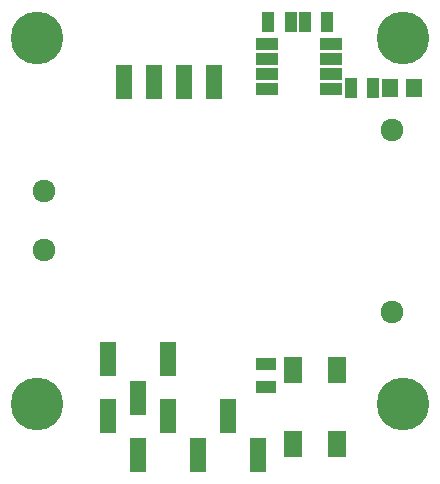
<source format=gbr>
G04 #@! TF.FileFunction,Soldermask,Top*
%FSLAX46Y46*%
G04 Gerber Fmt 4.6, Leading zero omitted, Abs format (unit mm)*
G04 Created by KiCad (PCBNEW 4.0.6) date Tuesday, 22. January 2019 19:52:39*
%MOMM*%
%LPD*%
G01*
G04 APERTURE LIST*
%ADD10C,0.100000*%
%ADD11R,1.500000X2.200000*%
%ADD12C,4.464000*%
%ADD13R,1.400000X2.910000*%
%ADD14C,1.924000*%
%ADD15R,1.100000X1.700000*%
%ADD16R,1.950000X1.000000*%
%ADD17R,1.400000X1.650000*%
%ADD18R,1.700000X1.100000*%
G04 APERTURE END LIST*
D10*
D11*
X207031200Y-70966400D03*
X207031200Y-77166400D03*
X203331200Y-70966400D03*
X203331200Y-77166400D03*
D12*
X181654800Y-42818400D03*
X212654800Y-42818400D03*
X181654800Y-73818400D03*
X212654800Y-73818400D03*
D13*
X190246000Y-78159800D03*
X195326000Y-78159800D03*
X200406000Y-78159800D03*
X187706000Y-74849800D03*
X192786000Y-74849800D03*
X197866000Y-74849800D03*
X190195200Y-73333800D03*
X187655200Y-70023800D03*
X192735200Y-70023800D03*
D14*
X182302400Y-55818400D03*
X182302400Y-60818400D03*
X211702400Y-50618400D03*
X211702400Y-66018400D03*
D15*
X203134000Y-41503600D03*
X201234000Y-41503600D03*
X206232800Y-41503600D03*
X204332800Y-41503600D03*
D16*
X206535000Y-47117000D03*
X206535000Y-45847000D03*
X206535000Y-44577000D03*
X206535000Y-43307000D03*
X201135000Y-43307000D03*
X201135000Y-44577000D03*
X201135000Y-45847000D03*
X201135000Y-47117000D03*
D15*
X208219000Y-47040800D03*
X210119000Y-47040800D03*
D17*
X213547200Y-47040800D03*
X211547200Y-47040800D03*
D18*
X201091800Y-72349400D03*
X201091800Y-70449400D03*
D13*
X194106800Y-46583600D03*
X189026800Y-46583600D03*
X196646800Y-46583600D03*
X191566800Y-46583600D03*
M02*

</source>
